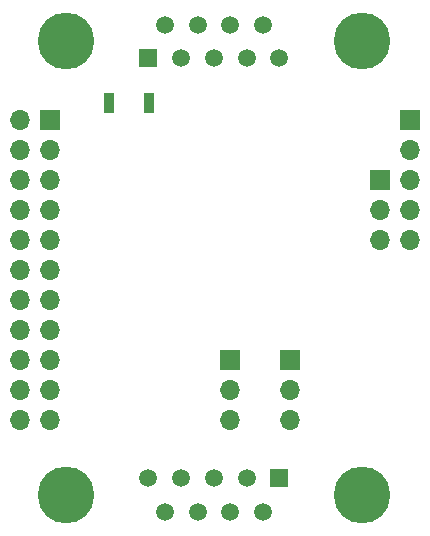
<source format=gbs>
G04 #@! TF.GenerationSoftware,KiCad,Pcbnew,7.0.10-7.0.10~ubuntu23.10.1*
G04 #@! TF.CreationDate,2024-03-11T19:26:56+01:00*
G04 #@! TF.ProjectId,peripherialModule,70657269-7068-4657-9269-616c4d6f6475,rev?*
G04 #@! TF.SameCoordinates,Original*
G04 #@! TF.FileFunction,Soldermask,Bot*
G04 #@! TF.FilePolarity,Negative*
%FSLAX46Y46*%
G04 Gerber Fmt 4.6, Leading zero omitted, Abs format (unit mm)*
G04 Created by KiCad (PCBNEW 7.0.10-7.0.10~ubuntu23.10.1) date 2024-03-11 19:26:56*
%MOMM*%
%LPD*%
G01*
G04 APERTURE LIST*
%ADD10R,1.700000X1.700000*%
%ADD11O,1.700000X1.700000*%
%ADD12R,1.500000X1.500000*%
%ADD13C,1.500000*%
%ADD14C,4.800000*%
%ADD15R,0.900000X1.700000*%
G04 APERTURE END LIST*
D10*
X203200000Y-70000000D03*
D11*
X200660000Y-70000000D03*
X203200000Y-72540000D03*
X200660000Y-72540000D03*
X203200000Y-75080000D03*
X200660000Y-75080000D03*
X203200000Y-77620000D03*
X200660000Y-77620000D03*
X203200000Y-80160000D03*
X200660000Y-80160000D03*
X203200000Y-82700000D03*
X200660000Y-82700000D03*
X203200000Y-85240000D03*
X200660000Y-85240000D03*
X203200000Y-87780000D03*
X200660000Y-87780000D03*
X203200000Y-90320000D03*
X200660000Y-90320000D03*
X203200000Y-92860000D03*
X200660000Y-92860000D03*
X203200000Y-95400000D03*
X200660000Y-95400000D03*
D12*
X211509000Y-64770000D03*
D13*
X214281000Y-64770000D03*
X217054000Y-64770000D03*
X219826000Y-64770000D03*
X222599000Y-64770000D03*
X212895000Y-61930000D03*
X215668000Y-61930000D03*
X218440000Y-61930000D03*
X221213000Y-61930000D03*
D14*
X204559000Y-63350000D03*
X229549000Y-63350000D03*
D12*
X222599000Y-100330000D03*
D13*
X219827000Y-100330000D03*
X217054000Y-100330000D03*
X214282000Y-100330000D03*
X211509000Y-100330000D03*
X221213000Y-103170000D03*
X218440000Y-103170000D03*
X215668000Y-103170000D03*
X212895000Y-103170000D03*
D14*
X229549000Y-101750000D03*
X204559000Y-101750000D03*
D10*
X233680000Y-70000000D03*
D11*
X233680000Y-72540000D03*
X233680000Y-75080000D03*
X233680000Y-77620000D03*
X233680000Y-80160000D03*
D10*
X218440000Y-90297000D03*
D11*
X218440000Y-92837000D03*
X218440000Y-95377000D03*
D10*
X223520000Y-90297000D03*
D11*
X223520000Y-92837000D03*
X223520000Y-95377000D03*
D10*
X231140000Y-75080000D03*
D11*
X231140000Y-77620000D03*
X231140000Y-80160000D03*
D15*
X211554800Y-68529200D03*
X208154800Y-68529200D03*
M02*

</source>
